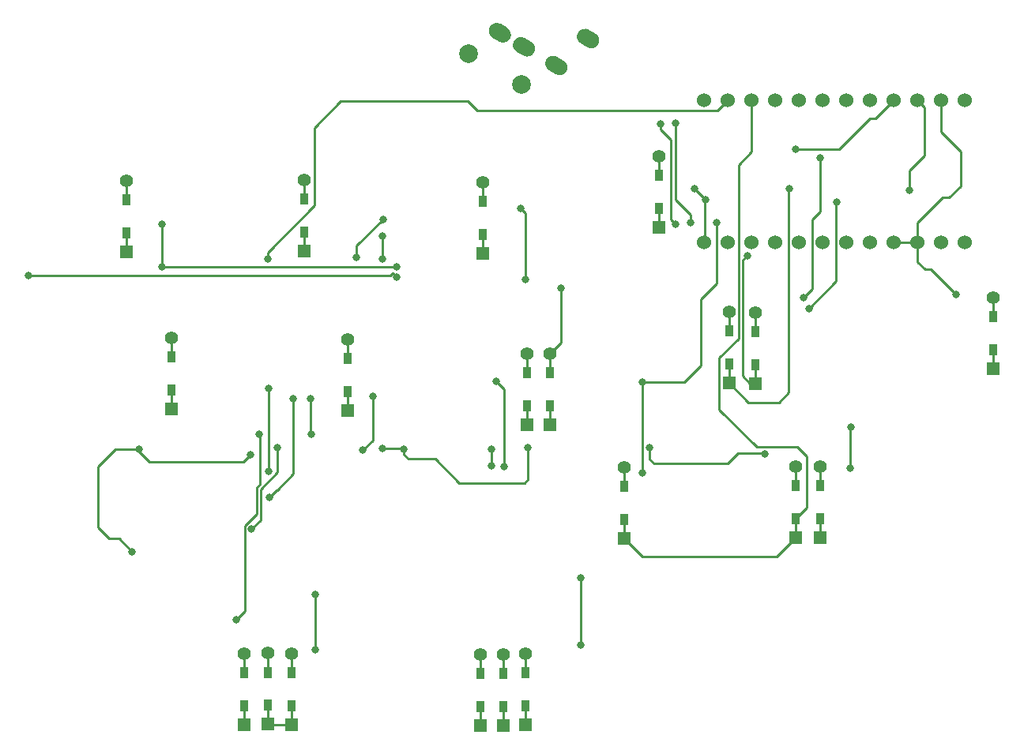
<source format=gbr>
G04 #@! TF.GenerationSoftware,KiCad,Pcbnew,(5.1.6-0-10_14)*
G04 #@! TF.CreationDate,2022-05-29T14:21:09+09:00*
G04 #@! TF.ProjectId,cool939,636f6f6c-3933-4392-9e6b-696361645f70,rev?*
G04 #@! TF.SameCoordinates,Original*
G04 #@! TF.FileFunction,Copper,L1,Top*
G04 #@! TF.FilePolarity,Positive*
%FSLAX46Y46*%
G04 Gerber Fmt 4.6, Leading zero omitted, Abs format (unit mm)*
G04 Created by KiCad (PCBNEW (5.1.6-0-10_14)) date 2022-05-29 14:21:09*
%MOMM*%
%LPD*%
G01*
G04 APERTURE LIST*
G04 #@! TA.AperFunction,SMDPad,CuDef*
%ADD10R,0.950000X1.300000*%
G04 #@! TD*
G04 #@! TA.AperFunction,ComponentPad*
%ADD11R,1.397000X1.397000*%
G04 #@! TD*
G04 #@! TA.AperFunction,ComponentPad*
%ADD12C,1.397000*%
G04 #@! TD*
G04 #@! TA.AperFunction,ComponentPad*
%ADD13C,2.000000*%
G04 #@! TD*
G04 #@! TA.AperFunction,ComponentPad*
%ADD14C,1.524000*%
G04 #@! TD*
G04 #@! TA.AperFunction,ViaPad*
%ADD15C,0.800000*%
G04 #@! TD*
G04 #@! TA.AperFunction,Conductor*
%ADD16C,0.250000*%
G04 #@! TD*
G04 APERTURE END LIST*
D10*
X253750000Y-20215000D03*
D11*
X253750000Y-22250000D03*
D12*
X253750000Y-14630000D03*
D10*
X253750000Y-16665000D03*
D13*
X231514583Y9775000D03*
X225885417Y13025000D03*
D14*
X279038000Y-7201400D03*
X276498000Y-7201400D03*
X273958000Y-7201400D03*
X271418000Y-7201400D03*
X268878000Y-7201400D03*
X266338000Y-7201400D03*
X263798000Y-7201400D03*
X261258000Y-7201400D03*
X258718000Y-7201400D03*
X256178000Y-7201400D03*
X253638000Y-7201400D03*
X251098000Y-7201400D03*
X251098000Y8018600D03*
X253638000Y8018600D03*
X256178000Y8018600D03*
X258718000Y8018600D03*
X261258000Y8018600D03*
X263798000Y8018600D03*
X266338000Y8018600D03*
X268878000Y8018600D03*
X271418000Y8018600D03*
X273958000Y8018600D03*
X276498000Y8018600D03*
X279038000Y8018600D03*
D10*
X204360000Y-56845000D03*
D11*
X204360000Y-58880000D03*
D12*
X204360000Y-51260000D03*
D10*
X204360000Y-53295000D03*
X242500000Y-36935000D03*
D11*
X242500000Y-38970000D03*
D12*
X242500000Y-31350000D03*
D10*
X242500000Y-33385000D03*
X246280000Y-3545000D03*
D11*
X246280000Y-5580000D03*
D12*
X246280000Y2040000D03*
D10*
X246280000Y5000D03*
X282060000Y-15135000D03*
D12*
X282060000Y-13100000D03*
D11*
X282060000Y-20720000D03*
D10*
X282060000Y-18685000D03*
X263490000Y-33255000D03*
D12*
X263490000Y-31220000D03*
D11*
X263490000Y-38840000D03*
D10*
X263490000Y-36805000D03*
X227100000Y-53405000D03*
D12*
X227100000Y-51370000D03*
D11*
X227100000Y-58990000D03*
D10*
X227100000Y-56955000D03*
G04 #@! TA.AperFunction,ComponentPad*
G36*
G01*
X238737690Y15604775D02*
X239430510Y15204775D01*
G75*
G02*
X239741632Y14043653I-425000J-736122D01*
G01*
X239741632Y14043653D01*
G75*
G02*
X238580510Y13732531I-736122J425000D01*
G01*
X237887690Y14132531D01*
G75*
G02*
X237576568Y15293653I425000J736122D01*
G01*
X237576568Y15293653D01*
G75*
G02*
X238737690Y15604775I736122J-425000D01*
G01*
G37*
G04 #@! TD.AperFunction*
G04 #@! TA.AperFunction,ComponentPad*
G36*
G01*
X235338652Y12717469D02*
X236031472Y12317469D01*
G75*
G02*
X236342594Y11156347I-425000J-736122D01*
G01*
X236342594Y11156347D01*
G75*
G02*
X235181472Y10845225I-736122J425000D01*
G01*
X234488652Y11245225D01*
G75*
G02*
X234177530Y12406347I425000J736122D01*
G01*
X234177530Y12406347D01*
G75*
G02*
X235338652Y12717469I736122J-425000D01*
G01*
G37*
G04 #@! TD.AperFunction*
G04 #@! TA.AperFunction,ComponentPad*
G36*
G01*
X231874550Y14717469D02*
X232567370Y14317469D01*
G75*
G02*
X232878492Y13156347I-425000J-736122D01*
G01*
X232878492Y13156347D01*
G75*
G02*
X231717370Y12845225I-736122J425000D01*
G01*
X231024550Y13245225D01*
G75*
G02*
X230713428Y14406347I425000J736122D01*
G01*
X230713428Y14406347D01*
G75*
G02*
X231874550Y14717469I736122J-425000D01*
G01*
G37*
G04 #@! TD.AperFunction*
G04 #@! TA.AperFunction,ComponentPad*
G36*
G01*
X229276474Y16217469D02*
X229969294Y15817469D01*
G75*
G02*
X230280416Y14656347I-425000J-736122D01*
G01*
X230280416Y14656347D01*
G75*
G02*
X229119294Y14345225I-736122J425000D01*
G01*
X228426474Y14745225D01*
G75*
G02*
X228115352Y15906347I425000J736122D01*
G01*
X228115352Y15906347D01*
G75*
G02*
X229276474Y16217469I736122J-425000D01*
G01*
G37*
G04 #@! TD.AperFunction*
X231970000Y-53375000D03*
D12*
X231970000Y-51340000D03*
D11*
X231970000Y-58960000D03*
D10*
X231970000Y-56925000D03*
X256560000Y-20295000D03*
D11*
X256560000Y-22330000D03*
D12*
X256560000Y-14710000D03*
D10*
X256560000Y-16745000D03*
X227340000Y-6325000D03*
D11*
X227340000Y-8360000D03*
D12*
X227340000Y-740000D03*
D10*
X227340000Y-2775000D03*
X208240000Y-6065000D03*
D11*
X208240000Y-8100000D03*
D12*
X208240000Y-480000D03*
D10*
X208240000Y-2515000D03*
X201760000Y-56865000D03*
D11*
X201760000Y-58900000D03*
D12*
X201760000Y-51280000D03*
D10*
X201760000Y-53315000D03*
X232080000Y-24715000D03*
D11*
X232080000Y-26750000D03*
D12*
X232080000Y-19130000D03*
D10*
X232080000Y-21165000D03*
X194010000Y-22995000D03*
D11*
X194010000Y-25030000D03*
D12*
X194010000Y-17410000D03*
D10*
X194010000Y-19445000D03*
X206870000Y-56915000D03*
D11*
X206870000Y-58950000D03*
D12*
X206870000Y-51330000D03*
D10*
X206870000Y-53365000D03*
X260940000Y-36805000D03*
D11*
X260940000Y-38840000D03*
D12*
X260940000Y-31220000D03*
D10*
X260940000Y-33255000D03*
X229540000Y-56985000D03*
D11*
X229540000Y-59020000D03*
D12*
X229540000Y-51400000D03*
D10*
X229540000Y-53435000D03*
X212880000Y-23185000D03*
D11*
X212880000Y-25220000D03*
D12*
X212880000Y-17600000D03*
D10*
X212880000Y-19635000D03*
X189180000Y-6195000D03*
D11*
X189180000Y-8230000D03*
D12*
X189180000Y-610000D03*
D10*
X189180000Y-2645000D03*
X234570000Y-24695000D03*
D11*
X234570000Y-26730000D03*
D12*
X234570000Y-19110000D03*
D10*
X234570000Y-21145000D03*
D15*
X235760000Y-12140000D03*
X255710000Y-8594980D03*
X260180000Y-1430000D03*
X204480000Y-34570000D03*
X204310000Y-8955000D03*
X207080000Y-23960000D03*
X208930000Y-23950000D03*
X208970000Y-27730000D03*
X213860000Y-8840000D03*
X278050000Y-12740000D03*
X216680000Y-4740000D03*
X203450000Y-27730000D03*
X200920000Y-47640000D03*
X232200000Y-29210000D03*
X218930000Y-29340000D03*
X190570000Y-29340000D03*
X257600000Y-29875000D03*
X245270000Y-29230000D03*
X216650000Y-29330000D03*
X202490000Y-29955000D03*
X189810000Y-40350000D03*
X260880000Y2780000D03*
X248010000Y5550000D03*
X249680000Y-5070000D03*
X202600000Y-37940000D03*
X205370000Y-29230000D03*
X214490000Y-29490000D03*
X215570000Y-23710000D03*
X228330000Y-31150010D03*
X228320000Y-29350000D03*
X178652500Y-10747500D03*
X218140000Y-10880000D03*
X192970000Y-5260000D03*
X218120000Y-9800000D03*
X204410000Y-31760000D03*
X209460000Y-44950000D03*
X209450000Y-50860000D03*
X204440000Y-22820000D03*
X192970000Y-9810000D03*
X237890000Y-43210000D03*
X229640000Y-31240000D03*
X228770000Y-22100000D03*
X237880000Y-50360000D03*
X216650000Y-8960000D03*
X216630000Y-6540000D03*
X244470000Y-22200000D03*
X252440000Y-5100000D03*
X244450000Y-31880000D03*
X231450000Y-3560000D03*
X231980000Y-11210000D03*
X251265153Y-2590152D03*
X265260000Y-2880000D03*
X262300000Y-14270000D03*
X250080000Y-1430000D03*
X266790000Y-27020000D03*
X266710000Y-31440000D03*
X273080000Y-1570000D03*
X246460000Y5540000D03*
X248040000Y-5220000D03*
X263500000Y1890000D03*
X261750000Y-13130000D03*
D16*
X189180000Y-610000D02*
X189180000Y-2645000D01*
X208240000Y-480000D02*
X208240000Y-2515000D01*
X227340000Y-740000D02*
X227340000Y-2775000D01*
X246280000Y2040000D02*
X246280000Y5000D01*
X194010000Y-17410000D02*
X194010000Y-19445000D01*
X212880000Y-19635000D02*
X212880000Y-17600000D01*
X232080000Y-19130000D02*
X232080000Y-21165000D01*
X234570000Y-21145000D02*
X234570000Y-19110000D01*
X234570000Y-19110000D02*
X235760000Y-17920000D01*
X235760000Y-17920000D02*
X235760000Y-12140000D01*
X231970000Y-51340000D02*
X231970000Y-53375000D01*
X204360000Y-51260000D02*
X204360000Y-53295000D01*
X206870000Y-53365000D02*
X206870000Y-51330000D01*
X242500000Y-31350000D02*
X242500000Y-33385000D01*
X229540000Y-51400000D02*
X229540000Y-53435000D01*
X263490000Y-33255000D02*
X263490000Y-31220000D01*
X227100000Y-51370000D02*
X227100000Y-53405000D01*
X227340000Y-6325000D02*
X227340000Y-8360000D01*
X189180000Y-8230000D02*
X189180000Y-6195000D01*
X255223511Y-17667897D02*
X255223511Y-9081469D01*
X255223511Y-9081469D02*
X255710000Y-8594980D01*
X255223511Y-21543511D02*
X255223511Y-17667897D01*
X256010000Y-22330000D02*
X255223511Y-21543511D01*
X256560000Y-22330000D02*
X256010000Y-22330000D01*
X246280000Y-5580000D02*
X246280000Y-3545000D01*
X256560000Y-22330000D02*
X256560000Y-20295000D01*
X208240000Y-6065000D02*
X208240000Y-8100000D01*
X260180000Y-1430000D02*
X260170999Y-1439001D01*
X260170999Y-1439001D02*
X260170999Y-23259001D01*
X253750000Y-22250000D02*
X253750000Y-20215000D01*
X194010000Y-22995000D02*
X194010000Y-25030000D01*
X234570000Y-26730000D02*
X234570000Y-24695000D01*
X232080000Y-24715000D02*
X232080000Y-26750000D01*
X234570000Y-24695000D02*
X234570000Y-24630000D01*
X212880000Y-25220000D02*
X212880000Y-23185000D01*
X259080000Y-24350000D02*
X255850000Y-24350000D01*
X255850000Y-24350000D02*
X253750000Y-22250000D01*
X260170999Y-23259001D02*
X259080000Y-24350000D01*
X262120000Y-35625000D02*
X260940000Y-36805000D01*
X252726499Y-19528499D02*
X252726499Y-25116499D01*
X254773501Y-17481497D02*
X252726499Y-19528499D01*
X256178000Y8018600D02*
X256178000Y2518002D01*
X262120000Y-30170000D02*
X262120000Y-35625000D01*
X256760000Y-29150000D02*
X261100000Y-29150000D01*
X256178000Y2518002D02*
X254773501Y1113503D01*
X254773501Y1113503D02*
X254773501Y-17481497D01*
X261100000Y-29150000D02*
X262120000Y-30170000D01*
X252726499Y-25116499D02*
X256760000Y-29150000D01*
X242500000Y-36935000D02*
X242500000Y-38970000D01*
X260940000Y-38840000D02*
X258870000Y-40910000D01*
X244440000Y-40910000D02*
X242500000Y-38970000D01*
X258870000Y-40910000D02*
X244440000Y-40910000D01*
X206870000Y-56915000D02*
X206870000Y-58950000D01*
X260940000Y-36805000D02*
X260940000Y-38840000D01*
X263490000Y-38840000D02*
X263490000Y-36805000D01*
X206870000Y-58950000D02*
X204430000Y-58950000D01*
X204360000Y-56845000D02*
X204360000Y-58880000D01*
X204430000Y-58950000D02*
X204360000Y-58880000D01*
X253638000Y8018600D02*
X252550999Y6931599D01*
X252550999Y6931599D02*
X226738401Y6931599D01*
X226738401Y6931599D02*
X225750000Y7920000D01*
X205330000Y-33740000D02*
X205310000Y-33740000D01*
X205310000Y-33740000D02*
X204480000Y-34570000D01*
X207080000Y-31990000D02*
X205330000Y-33740000D01*
X207080000Y-31620000D02*
X207080000Y-31990000D01*
X201760000Y-56865000D02*
X201760000Y-58900000D01*
X225750000Y7920000D02*
X212170000Y7920000D01*
X209340000Y5090000D02*
X209340000Y-3254998D01*
X212170000Y7920000D02*
X209340000Y5090000D01*
X209340000Y-3254998D02*
X204310000Y-8284998D01*
X204310000Y-8284998D02*
X204310000Y-8955000D01*
X207080000Y-23960000D02*
X207080000Y-31620000D01*
X282060000Y-18685000D02*
X282060000Y-20720000D01*
X227100000Y-56955000D02*
X227100000Y-58990000D01*
X229540000Y-59020000D02*
X229540000Y-56985000D01*
X231970000Y-56925000D02*
X231970000Y-58960000D01*
X208930000Y-23950000D02*
X208930000Y-27690000D01*
X208930000Y-27690000D02*
X208970000Y-27730000D01*
X213940000Y-8760000D02*
X213860000Y-8840000D01*
X278050000Y-12740000D02*
X275410000Y-10100000D01*
X216680000Y-4740000D02*
X213860000Y-7560000D01*
X273958000Y-9308000D02*
X273958000Y-7201400D01*
X213860000Y-7560000D02*
X213860000Y-8840000D01*
X275410000Y-10100000D02*
X274750000Y-10100000D01*
X273958000Y-5072000D02*
X276654999Y-2375001D01*
X276498000Y4645998D02*
X276498000Y8018600D01*
X276654999Y-2375001D02*
X277365001Y-2375001D01*
X277365001Y-2375001D02*
X278600001Y-1140001D01*
X278600001Y-1140001D02*
X278600001Y2543997D01*
X278600001Y2543997D02*
X276498000Y4645998D01*
X273958000Y-7201400D02*
X273958000Y-5072000D01*
X273958000Y-7201400D02*
X271418000Y-7201400D01*
X201850000Y-37616998D02*
X203119990Y-36347008D01*
X203520000Y-27800000D02*
X203450000Y-27730000D01*
X201850000Y-42180000D02*
X201850000Y-37616998D01*
X203520000Y-33086592D02*
X203520000Y-27800000D01*
X203119990Y-36347008D02*
X203119991Y-33486601D01*
X203119991Y-33486601D02*
X203520000Y-33086592D01*
X274750000Y-10100000D02*
X273958000Y-9308000D01*
X201850000Y-46710000D02*
X200920000Y-47640000D01*
X201850000Y-42180000D02*
X201850000Y-46710000D01*
X190570000Y-29660000D02*
X190570000Y-29340000D01*
X191604999Y-30694999D02*
X190570000Y-29660000D01*
X219405010Y-30425010D02*
X218930000Y-29950000D01*
X218930000Y-29950000D02*
X218930000Y-29340000D01*
X232200000Y-29210000D02*
X232200000Y-32630000D01*
X199214999Y-30694999D02*
X191604999Y-30694999D01*
X224863001Y-32983001D02*
X222305010Y-30425010D01*
X186140010Y-37800010D02*
X186140010Y-31229990D01*
X231846999Y-32983001D02*
X224863001Y-32983001D01*
X232200000Y-32630000D02*
X231846999Y-32983001D01*
X222305010Y-30425010D02*
X219405010Y-30425010D01*
X254760000Y-29770000D02*
X257495000Y-29770000D01*
X257495000Y-29770000D02*
X257600000Y-29875000D01*
X253620000Y-30910000D02*
X254760000Y-29770000D01*
X245720000Y-30910000D02*
X253620000Y-30910000D01*
X245270000Y-30460000D02*
X245720000Y-30910000D01*
X245270000Y-29230000D02*
X245270000Y-30460000D01*
X216650000Y-29330000D02*
X218920000Y-29330000D01*
X218920000Y-29330000D02*
X218930000Y-29340000D01*
X201735001Y-30694999D02*
X202475000Y-29955000D01*
X202475000Y-29955000D02*
X202490000Y-29955000D01*
X199214999Y-30694999D02*
X201735001Y-30694999D01*
X186140010Y-31229990D02*
X188030000Y-29340000D01*
X188030000Y-29340000D02*
X190570000Y-29340000D01*
X187320000Y-38980000D02*
X186140010Y-37800010D01*
X188440000Y-38980000D02*
X187320000Y-38980000D01*
X189810000Y-40350000D02*
X188440000Y-38980000D01*
X260880000Y2780000D02*
X265560000Y2780000D01*
X265560000Y2780000D02*
X268860000Y6080000D01*
X269479400Y6080000D02*
X271418000Y8018600D01*
X268860000Y6080000D02*
X269479400Y6080000D01*
X249680000Y-4250000D02*
X248010000Y-2580000D01*
X248010000Y-2580000D02*
X248010000Y5550000D01*
X249680000Y-5070000D02*
X249680000Y-4250000D01*
X202600000Y-37940000D02*
X203570000Y-36970000D01*
X203570000Y-33673002D02*
X205370000Y-31873002D01*
X203570000Y-36970000D02*
X203570000Y-33673002D01*
X205370000Y-31873002D02*
X205370000Y-29230000D01*
X215570000Y-23710000D02*
X215570000Y-28410000D01*
X215570000Y-28410000D02*
X214490000Y-29490000D01*
X228330000Y-31150010D02*
X228330000Y-29360000D01*
X228330000Y-29360000D02*
X228320000Y-29350000D01*
X217452500Y-10747500D02*
X178652500Y-10747500D01*
X218140000Y-10880000D02*
X217730000Y-10470000D01*
X217730000Y-10470000D02*
X217452500Y-10747500D01*
X209450000Y-44960000D02*
X209460000Y-44950000D01*
X218120000Y-9800000D02*
X192980000Y-9800000D01*
X204440000Y-22820000D02*
X204440000Y-31730000D01*
X192970000Y-5260000D02*
X192970000Y-9810000D01*
X192980000Y-9800000D02*
X192970000Y-9810000D01*
X204440000Y-31730000D02*
X204410000Y-31760000D01*
X209450000Y-50860000D02*
X209450000Y-44960000D01*
X228770000Y-22100000D02*
X229640000Y-22970000D01*
X229640000Y-22970000D02*
X229640000Y-31240000D01*
X237890000Y-50350000D02*
X237880000Y-50360000D01*
X237890000Y-43210000D02*
X237890000Y-50350000D01*
X216630000Y-6540000D02*
X216630000Y-8940000D01*
X216630000Y-8940000D02*
X216650000Y-8960000D01*
X244450000Y-22220000D02*
X244470000Y-22200000D01*
X244450000Y-31880000D02*
X244450000Y-22220000D01*
X252440000Y-11610000D02*
X250740000Y-13310000D01*
X250740000Y-13310000D02*
X250740000Y-20410000D01*
X252440000Y-5100000D02*
X252440000Y-11610000D01*
X248950000Y-22200000D02*
X244470000Y-22200000D01*
X250740000Y-20410000D02*
X248950000Y-22200000D01*
X231980000Y-4090000D02*
X231980000Y-11210000D01*
X231450000Y-3560000D02*
X231980000Y-4090000D01*
X251098000Y-7201400D02*
X251150000Y-7149400D01*
X251150000Y-7149400D02*
X251150000Y-2500000D01*
X251150000Y-2500000D02*
X250080000Y-1430000D01*
X265250999Y-11319001D02*
X265250999Y-2889001D01*
X265250999Y-2889001D02*
X265260000Y-2880000D01*
X262300000Y-14270000D02*
X265250999Y-11319001D01*
X251098000Y-6758000D02*
X251098000Y-7201400D01*
X266710000Y-31440000D02*
X266710000Y-27100000D01*
X266710000Y-27100000D02*
X266790000Y-27020000D01*
X273958000Y8018600D02*
X274719999Y7256601D01*
X274719999Y7256601D02*
X274719999Y2143997D01*
X274719999Y2143997D02*
X273080000Y503998D01*
X273080000Y503998D02*
X273080000Y-1570000D01*
X247559990Y3810010D02*
X246460000Y4910000D01*
X246460000Y4910000D02*
X246460000Y5540000D01*
X247559990Y-4739990D02*
X247559990Y3810010D01*
X248040000Y-5220000D02*
X247559990Y-4739990D01*
X260940000Y-31220000D02*
X260940000Y-33255000D01*
X282060000Y-13100000D02*
X282060000Y-15135000D01*
X201760000Y-51280000D02*
X201760000Y-53315000D01*
X262660000Y-4750000D02*
X263530001Y-3879999D01*
X263530001Y-3879999D02*
X263530001Y1859999D01*
X263530001Y1859999D02*
X263500000Y1890000D01*
X262660000Y-12220000D02*
X262660000Y-4750000D01*
X261750000Y-13130000D02*
X262660000Y-12220000D01*
X256560000Y-16745000D02*
X256560000Y-14710000D01*
X253750000Y-14630000D02*
X253750000Y-16665000D01*
M02*

</source>
